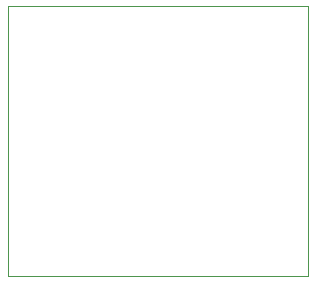
<source format=gko>
G75*
%MOIN*%
%OFA0B0*%
%FSLAX25Y25*%
%IPPOS*%
%LPD*%
%AMOC8*
5,1,8,0,0,1.08239X$1,22.5*
%
%ADD10C,0.00000*%
D10*
X0031115Y0005240D02*
X0031115Y0095240D01*
X0131115Y0095240D01*
X0131115Y0005240D01*
X0031115Y0005240D01*
M02*

</source>
